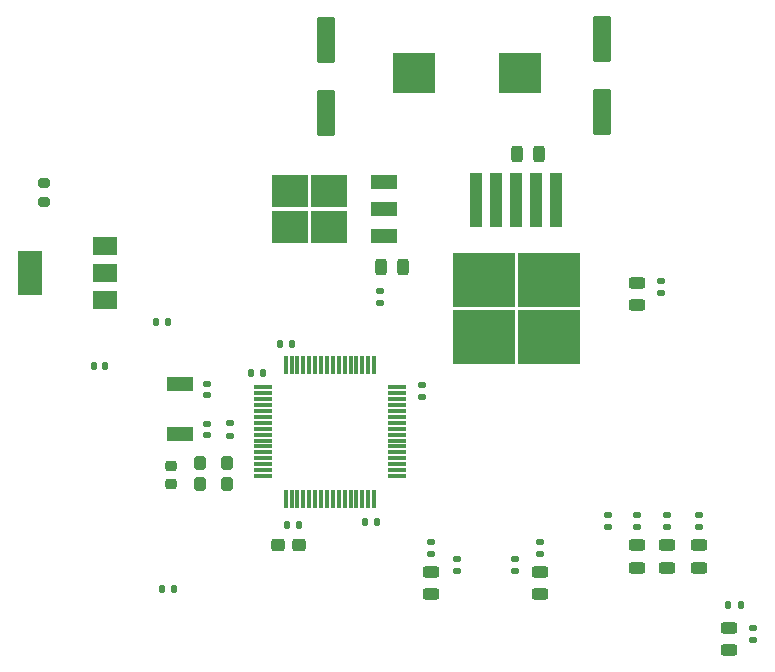
<source format=gbr>
%TF.GenerationSoftware,KiCad,Pcbnew,6.0.10-86aedd382b~118~ubuntu22.10.1*%
%TF.CreationDate,2023-02-12T19:14:21-05:00*%
%TF.ProjectId,WerfenMc,57657266-656e-44d6-932e-6b696361645f,rev?*%
%TF.SameCoordinates,Original*%
%TF.FileFunction,Paste,Top*%
%TF.FilePolarity,Positive*%
%FSLAX46Y46*%
G04 Gerber Fmt 4.6, Leading zero omitted, Abs format (unit mm)*
G04 Created by KiCad (PCBNEW 6.0.10-86aedd382b~118~ubuntu22.10.1) date 2023-02-12 19:14:21*
%MOMM*%
%LPD*%
G01*
G04 APERTURE LIST*
G04 Aperture macros list*
%AMRoundRect*
0 Rectangle with rounded corners*
0 $1 Rounding radius*
0 $2 $3 $4 $5 $6 $7 $8 $9 X,Y pos of 4 corners*
0 Add a 4 corners polygon primitive as box body*
4,1,4,$2,$3,$4,$5,$6,$7,$8,$9,$2,$3,0*
0 Add four circle primitives for the rounded corners*
1,1,$1+$1,$2,$3*
1,1,$1+$1,$4,$5*
1,1,$1+$1,$6,$7*
1,1,$1+$1,$8,$9*
0 Add four rect primitives between the rounded corners*
20,1,$1+$1,$2,$3,$4,$5,0*
20,1,$1+$1,$4,$5,$6,$7,0*
20,1,$1+$1,$6,$7,$8,$9,0*
20,1,$1+$1,$8,$9,$2,$3,0*%
G04 Aperture macros list end*
%ADD10RoundRect,0.135000X-0.185000X0.135000X-0.185000X-0.135000X0.185000X-0.135000X0.185000X0.135000X0*%
%ADD11RoundRect,0.250000X0.275000X-0.312500X0.275000X0.312500X-0.275000X0.312500X-0.275000X-0.312500X0*%
%ADD12RoundRect,0.135000X0.185000X-0.135000X0.185000X0.135000X-0.185000X0.135000X-0.185000X-0.135000X0*%
%ADD13RoundRect,0.243750X0.456250X-0.243750X0.456250X0.243750X-0.456250X0.243750X-0.456250X-0.243750X0*%
%ADD14RoundRect,0.243750X-0.456250X0.243750X-0.456250X-0.243750X0.456250X-0.243750X0.456250X0.243750X0*%
%ADD15RoundRect,0.140000X0.140000X0.170000X-0.140000X0.170000X-0.140000X-0.170000X0.140000X-0.170000X0*%
%ADD16R,2.000000X1.500000*%
%ADD17R,2.000000X3.800000*%
%ADD18RoundRect,0.075000X-0.700000X-0.075000X0.700000X-0.075000X0.700000X0.075000X-0.700000X0.075000X0*%
%ADD19RoundRect,0.075000X-0.075000X-0.700000X0.075000X-0.700000X0.075000X0.700000X-0.075000X0.700000X0*%
%ADD20RoundRect,0.243750X0.243750X0.456250X-0.243750X0.456250X-0.243750X-0.456250X0.243750X-0.456250X0*%
%ADD21RoundRect,0.140000X-0.170000X0.140000X-0.170000X-0.140000X0.170000X-0.140000X0.170000X0.140000X0*%
%ADD22RoundRect,0.250000X0.312500X0.275000X-0.312500X0.275000X-0.312500X-0.275000X0.312500X-0.275000X0*%
%ADD23RoundRect,0.135000X-0.135000X-0.185000X0.135000X-0.185000X0.135000X0.185000X-0.135000X0.185000X0*%
%ADD24R,3.556000X3.505200*%
%ADD25RoundRect,0.218750X-0.256250X0.218750X-0.256250X-0.218750X0.256250X-0.218750X0.256250X0.218750X0*%
%ADD26RoundRect,0.135000X0.135000X0.185000X-0.135000X0.185000X-0.135000X-0.185000X0.135000X-0.185000X0*%
%ADD27R,5.250000X4.550000*%
%ADD28R,1.100000X4.600000*%
%ADD29R,3.050000X2.750000*%
%ADD30R,2.200000X1.200000*%
%ADD31RoundRect,0.250000X0.550000X-1.712500X0.550000X1.712500X-0.550000X1.712500X-0.550000X-1.712500X0*%
%ADD32RoundRect,0.250000X-0.550000X1.712500X-0.550000X-1.712500X0.550000X-1.712500X0.550000X1.712500X0*%
%ADD33RoundRect,0.140000X0.170000X-0.140000X0.170000X0.140000X-0.170000X0.140000X-0.170000X-0.140000X0*%
%ADD34R,2.200000X1.300000*%
%ADD35RoundRect,0.200000X-0.275000X0.200000X-0.275000X-0.200000X0.275000X-0.200000X0.275000X0.200000X0*%
%ADD36RoundRect,0.140000X-0.140000X-0.170000X0.140000X-0.170000X0.140000X0.170000X-0.140000X0.170000X0*%
G04 APERTURE END LIST*
D10*
%TO.C,R5*%
X92000000Y-69490000D03*
X92000000Y-70510000D03*
%TD*%
D11*
%TO.C,C2*%
X49750000Y-66887500D03*
X49750000Y-65112500D03*
%TD*%
D12*
%TO.C,R8*%
X84250000Y-70510000D03*
X84250000Y-69490000D03*
%TD*%
%TO.C,R10*%
X96500000Y-80113641D03*
X96500000Y-79093641D03*
%TD*%
D13*
%TO.C,D2*%
X89300000Y-73937500D03*
X89300000Y-72062500D03*
%TD*%
D14*
%TO.C,D5*%
X94500000Y-79062500D03*
X94500000Y-80937500D03*
%TD*%
D15*
%TO.C,C16*%
X55030000Y-57450000D03*
X54070000Y-57450000D03*
%TD*%
D16*
%TO.C,Q2*%
X41650000Y-51300000D03*
X41650000Y-49000000D03*
X41650000Y-46700000D03*
D17*
X35350000Y-49000000D03*
%TD*%
D18*
%TO.C,U1*%
X55045200Y-58683200D03*
X55045200Y-59183200D03*
X55045200Y-59683200D03*
X55045200Y-60183200D03*
X55045200Y-60683200D03*
X55045200Y-61183200D03*
X55045200Y-61683200D03*
X55045200Y-62183200D03*
X55045200Y-62683200D03*
X55045200Y-63183200D03*
X55045200Y-63683200D03*
X55045200Y-64183200D03*
X55045200Y-64683200D03*
X55045200Y-65183200D03*
X55045200Y-65683200D03*
X55045200Y-66183200D03*
D19*
X56970200Y-68108200D03*
X57470200Y-68108200D03*
X57970200Y-68108200D03*
X58470200Y-68108200D03*
X58970200Y-68108200D03*
X59470200Y-68108200D03*
X59970200Y-68108200D03*
X60470200Y-68108200D03*
X60970200Y-68108200D03*
X61470200Y-68108200D03*
X61970200Y-68108200D03*
X62470200Y-68108200D03*
X62970200Y-68108200D03*
X63470200Y-68108200D03*
X63970200Y-68108200D03*
X64470200Y-68108200D03*
D18*
X66395200Y-66183200D03*
X66395200Y-65683200D03*
X66395200Y-65183200D03*
X66395200Y-64683200D03*
X66395200Y-64183200D03*
X66395200Y-63683200D03*
X66395200Y-63183200D03*
X66395200Y-62683200D03*
X66395200Y-62183200D03*
X66395200Y-61683200D03*
X66395200Y-61183200D03*
X66395200Y-60683200D03*
X66395200Y-60183200D03*
X66395200Y-59683200D03*
X66395200Y-59183200D03*
X66395200Y-58683200D03*
D19*
X64470200Y-56758200D03*
X63970200Y-56758200D03*
X63470200Y-56758200D03*
X62970200Y-56758200D03*
X62470200Y-56758200D03*
X61970200Y-56758200D03*
X61470200Y-56758200D03*
X60970200Y-56758200D03*
X60470200Y-56758200D03*
X59970200Y-56758200D03*
X59470200Y-56758200D03*
X58970200Y-56758200D03*
X58470200Y-56758200D03*
X57970200Y-56758200D03*
X57470200Y-56758200D03*
X56970200Y-56758200D03*
%TD*%
D20*
%TO.C,D8*%
X78437500Y-38900000D03*
X76562500Y-38900000D03*
%TD*%
D21*
%TO.C,C10*%
X50350000Y-61750000D03*
X50350000Y-62710000D03*
%TD*%
D12*
%TO.C,R17*%
X88750000Y-50702718D03*
X88750000Y-49682718D03*
%TD*%
D11*
%TO.C,C1*%
X52000000Y-66887500D03*
X52000000Y-65112500D03*
%TD*%
D10*
%TO.C,R3*%
X86750000Y-69490000D03*
X86750000Y-70510000D03*
%TD*%
D13*
%TO.C,D1*%
X86700000Y-73937500D03*
X86700000Y-72062500D03*
%TD*%
D22*
%TO.C,C3*%
X58087500Y-72050000D03*
X56312500Y-72050000D03*
%TD*%
D23*
%TO.C,R2*%
X46490000Y-75750000D03*
X47510000Y-75750000D03*
%TD*%
D24*
%TO.C,L1*%
X76775000Y-32100000D03*
X67825000Y-32100000D03*
%TD*%
D25*
%TO.C,FB1*%
X47250000Y-65325000D03*
X47250000Y-66900000D03*
%TD*%
D20*
%TO.C,D4*%
X66937500Y-48500000D03*
X65062500Y-48500000D03*
%TD*%
D14*
%TO.C,D7*%
X69250000Y-74312500D03*
X69250000Y-76187500D03*
%TD*%
D26*
%TO.C,R15*%
X47010000Y-53120000D03*
X45990000Y-53120000D03*
%TD*%
D27*
%TO.C,U2*%
X73725000Y-49550000D03*
X73725000Y-54400000D03*
X79275000Y-49550000D03*
X79275000Y-54400000D03*
D28*
X79900000Y-42825000D03*
X78200000Y-42825000D03*
X76500000Y-42825000D03*
X74800000Y-42825000D03*
X73100000Y-42825000D03*
%TD*%
D29*
%TO.C,U3*%
X57325000Y-45125000D03*
X60675000Y-45125000D03*
X60675000Y-42075000D03*
X57325000Y-42075000D03*
D30*
X65300000Y-45880000D03*
X65300000Y-43600000D03*
X65300000Y-41320000D03*
%TD*%
D31*
%TO.C,C14*%
X83750000Y-35337500D03*
X83750000Y-29162500D03*
%TD*%
D21*
%TO.C,C7*%
X68514000Y-58498800D03*
X68514000Y-59458800D03*
%TD*%
D15*
%TO.C,C8*%
X41710000Y-56860000D03*
X40750000Y-56860000D03*
%TD*%
D32*
%TO.C,C15*%
X60376294Y-29247485D03*
X60376294Y-35422485D03*
%TD*%
D33*
%TO.C,C9*%
X50350000Y-59360000D03*
X50350000Y-58400000D03*
%TD*%
D13*
%TO.C,D3*%
X92000000Y-73937500D03*
X92000000Y-72062500D03*
%TD*%
D15*
%TO.C,C4*%
X58080000Y-70300000D03*
X57120000Y-70300000D03*
%TD*%
D10*
%TO.C,R4*%
X89300000Y-69490000D03*
X89300000Y-70510000D03*
%TD*%
D15*
%TO.C,C6*%
X64680000Y-70100000D03*
X63720000Y-70100000D03*
%TD*%
D13*
%TO.C,D10*%
X86750000Y-51687500D03*
X86750000Y-49812500D03*
%TD*%
D12*
%TO.C,R12*%
X78500000Y-72760000D03*
X78500000Y-71740000D03*
%TD*%
%TO.C,R13*%
X71500000Y-74260000D03*
X71500000Y-73240000D03*
%TD*%
D34*
%TO.C,HSE1*%
X48000000Y-62600000D03*
X48000000Y-58400000D03*
%TD*%
D14*
%TO.C,D6*%
X78500000Y-74312500D03*
X78500000Y-76187500D03*
%TD*%
D23*
%TO.C,R11*%
X94465000Y-77120000D03*
X95485000Y-77120000D03*
%TD*%
D10*
%TO.C,R7*%
X52300000Y-61740000D03*
X52300000Y-62760000D03*
%TD*%
D35*
%TO.C,R16*%
X36500000Y-41350000D03*
X36500000Y-43000000D03*
%TD*%
D36*
%TO.C,C5*%
X56520000Y-55000000D03*
X57480000Y-55000000D03*
%TD*%
D12*
%TO.C,R14*%
X69250000Y-72770000D03*
X69250000Y-71750000D03*
%TD*%
%TO.C,R9*%
X76370000Y-74260000D03*
X76370000Y-73240000D03*
%TD*%
%TO.C,R6*%
X65000000Y-51510000D03*
X65000000Y-50490000D03*
%TD*%
M02*

</source>
